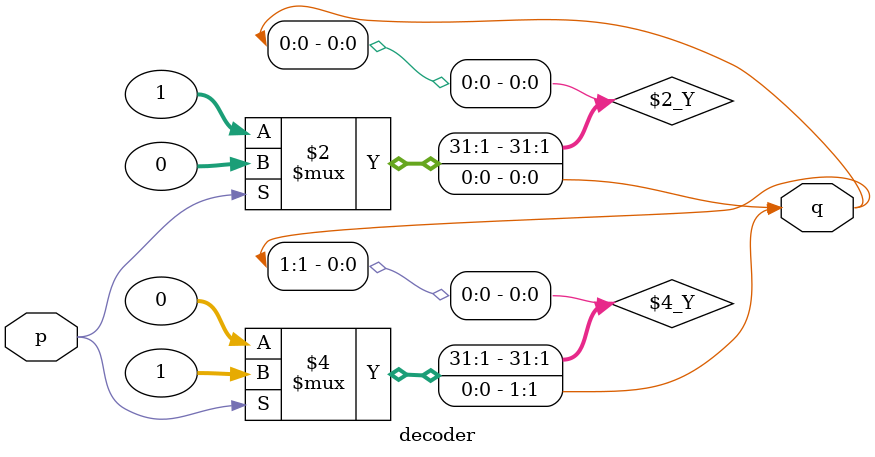
<source format=sv>
/* 
 * This file is part of the Processor Architecture (PA) course project
 * Copyright (c) 2018 Fabio Banchelli.
 * 
 * This program is free software: you can redistribute it and/or modify  
 * it under the terms of the GNU General Public License as published by  
 * the Free Software Foundation, version 3.
 *
 * This program is distributed in the hope that it will be useful, but 
 * WITHOUT ANY WARRANTY; without even the implied warranty of 
 * MERCHANTABILITY or FITNESS FOR A PARTICULAR PURPOSE. See the GNU 
 * General Public License for more details.
 *
 * You should have received a copy of the GNU General Public License 
 * along with this program. If not, see <http://www.gnu.org/licenses/>.
*/

module decoder(p, q);
parameter OUTPUTS = 2;
parameter SEL_BITS = $clog2(OUTPUTS); 

input wire [SEL_BITS-1:0] p;
output wire [OUTPUTS-1:0] q;

genvar i;        
generate
  for (i = 0; i < OUTPUTS ; i++) begin
    assign q[i] = (i == p)? 1 : 0;
  end
endgenerate

endmodule

</source>
